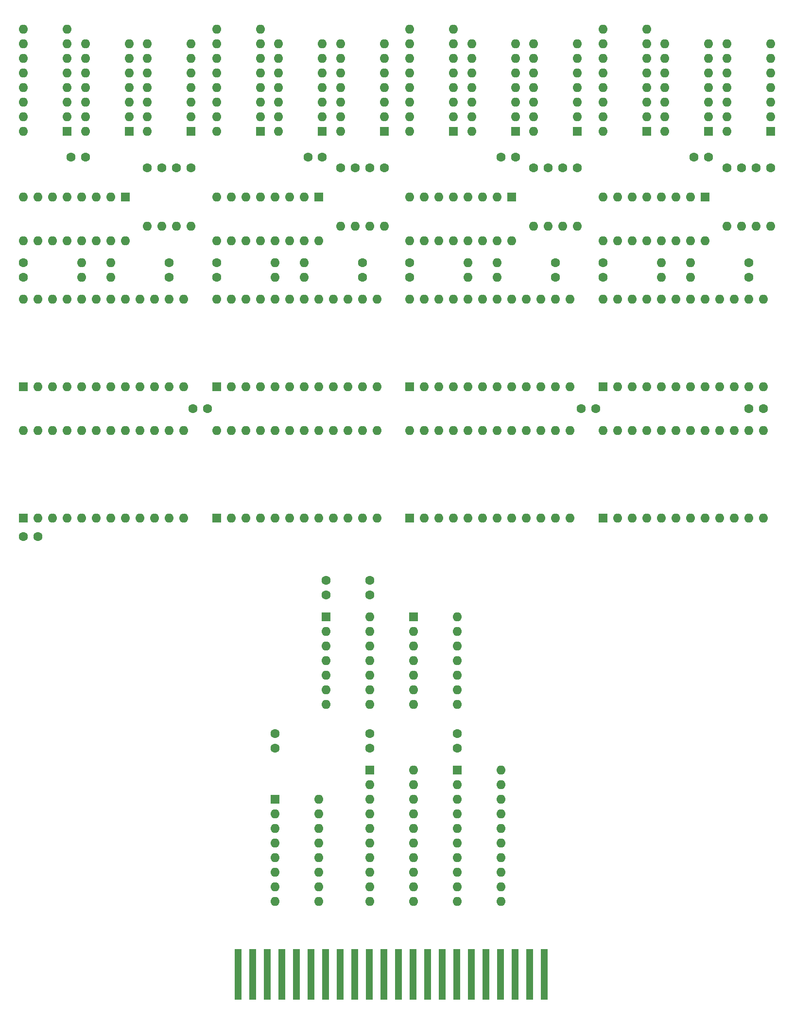
<source format=gbs>
G04 #@! TF.GenerationSoftware,KiCad,Pcbnew,(6.0.0)*
G04 #@! TF.CreationDate,2022-08-18T21:38:14-04:00*
G04 #@! TF.ProjectId,intellivision t-card replic,696e7465-6c6c-4697-9669-73696f6e2074,rev?*
G04 #@! TF.SameCoordinates,Original*
G04 #@! TF.FileFunction,Soldermask,Bot*
G04 #@! TF.FilePolarity,Negative*
%FSLAX46Y46*%
G04 Gerber Fmt 4.6, Leading zero omitted, Abs format (unit mm)*
G04 Created by KiCad (PCBNEW (6.0.0)) date 2022-08-18 21:38:14*
%MOMM*%
%LPD*%
G01*
G04 APERTURE LIST*
%ADD10C,1.600000*%
%ADD11O,1.600000X1.600000*%
%ADD12R,1.600000X1.600000*%
%ADD13R,1.270000X8.840000*%
G04 APERTURE END LIST*
D10*
X154940000Y-66675000D03*
D11*
X165100000Y-66675000D03*
D10*
X184150000Y-47625000D03*
D11*
X184150000Y-57785000D03*
D10*
X181610000Y-47625000D03*
D11*
X181610000Y-57785000D03*
D12*
X53975000Y-85725000D03*
D11*
X56515000Y-85725000D03*
X59055000Y-85725000D03*
X61595000Y-85725000D03*
X64135000Y-85725000D03*
X66675000Y-85725000D03*
X69215000Y-85725000D03*
X71755000Y-85725000D03*
X74295000Y-85725000D03*
X76835000Y-85725000D03*
X79375000Y-85725000D03*
X81915000Y-85725000D03*
X81915000Y-70485000D03*
X79375000Y-70485000D03*
X76835000Y-70485000D03*
X74295000Y-70485000D03*
X71755000Y-70485000D03*
X69215000Y-70485000D03*
X66675000Y-70485000D03*
X64135000Y-70485000D03*
X61595000Y-70485000D03*
X59055000Y-70485000D03*
X56515000Y-70485000D03*
X53975000Y-70485000D03*
D10*
X113030000Y-66675000D03*
D11*
X102870000Y-66675000D03*
D12*
X116840000Y-41275000D03*
D11*
X116840000Y-38735000D03*
X116840000Y-36195000D03*
X116840000Y-33655000D03*
X116840000Y-31115000D03*
X116840000Y-28575000D03*
X116840000Y-26035000D03*
X109220000Y-26035000D03*
X109220000Y-28575000D03*
X109220000Y-31115000D03*
X109220000Y-33655000D03*
X109220000Y-36195000D03*
X109220000Y-38735000D03*
X109220000Y-41275000D03*
D12*
X121920000Y-125730000D03*
D11*
X121920000Y-128270000D03*
X121920000Y-130810000D03*
X121920000Y-133350000D03*
X121920000Y-135890000D03*
X121920000Y-138430000D03*
X121920000Y-140970000D03*
X129540000Y-140970000D03*
X129540000Y-138430000D03*
X129540000Y-135890000D03*
X129540000Y-133350000D03*
X129540000Y-130810000D03*
X129540000Y-128270000D03*
X129540000Y-125730000D03*
D12*
X139700000Y-41275000D03*
D11*
X139700000Y-38735000D03*
X139700000Y-36195000D03*
X139700000Y-33655000D03*
X139700000Y-31115000D03*
X139700000Y-28575000D03*
X139700000Y-26035000D03*
X132080000Y-26035000D03*
X132080000Y-28575000D03*
X132080000Y-31115000D03*
X132080000Y-33655000D03*
X132080000Y-36195000D03*
X132080000Y-38735000D03*
X132080000Y-41275000D03*
D10*
X80645000Y-47625000D03*
D11*
X80645000Y-57785000D03*
D10*
X83185000Y-47625000D03*
D11*
X83185000Y-57785000D03*
D10*
X170815000Y-45720000D03*
X173315000Y-45720000D03*
X53975000Y-66675000D03*
D11*
X64135000Y-66675000D03*
D10*
X87630000Y-66675000D03*
D11*
X97790000Y-66675000D03*
D12*
X154940000Y-108585000D03*
D11*
X157480000Y-108585000D03*
X160020000Y-108585000D03*
X162560000Y-108585000D03*
X165100000Y-108585000D03*
X167640000Y-108585000D03*
X170180000Y-108585000D03*
X172720000Y-108585000D03*
X175260000Y-108585000D03*
X177800000Y-108585000D03*
X180340000Y-108585000D03*
X182880000Y-108585000D03*
X182880000Y-93345000D03*
X180340000Y-93345000D03*
X177800000Y-93345000D03*
X175260000Y-93345000D03*
X172720000Y-93345000D03*
X170180000Y-93345000D03*
X167640000Y-93345000D03*
X165100000Y-93345000D03*
X162560000Y-93345000D03*
X160020000Y-93345000D03*
X157480000Y-93345000D03*
X154940000Y-93345000D03*
D12*
X71755000Y-52705000D03*
D11*
X69215000Y-52705000D03*
X66675000Y-52705000D03*
X64135000Y-52705000D03*
X61595000Y-52705000D03*
X59055000Y-52705000D03*
X56515000Y-52705000D03*
X53975000Y-52705000D03*
X53975000Y-60325000D03*
X56515000Y-60325000D03*
X59055000Y-60325000D03*
X61595000Y-60325000D03*
X64135000Y-60325000D03*
X66675000Y-60325000D03*
X69215000Y-60325000D03*
X71755000Y-60325000D03*
D10*
X114300000Y-47625000D03*
D11*
X114300000Y-57785000D03*
D10*
X129540000Y-148590000D03*
X129540000Y-146090000D03*
D12*
X162550000Y-41232500D03*
D11*
X162550000Y-38692500D03*
X162550000Y-36152500D03*
X162550000Y-33612500D03*
X162550000Y-31072500D03*
X162550000Y-28532500D03*
X162550000Y-25992500D03*
X162550000Y-23452500D03*
X154930000Y-23452500D03*
X154930000Y-25992500D03*
X154930000Y-28532500D03*
X154930000Y-31072500D03*
X154930000Y-33612500D03*
X154930000Y-36152500D03*
X154930000Y-38692500D03*
X154930000Y-41232500D03*
D12*
X106045000Y-41275000D03*
D11*
X106045000Y-38735000D03*
X106045000Y-36195000D03*
X106045000Y-33655000D03*
X106045000Y-31115000D03*
X106045000Y-28575000D03*
X106045000Y-26035000D03*
X98425000Y-26035000D03*
X98425000Y-28575000D03*
X98425000Y-31115000D03*
X98425000Y-33655000D03*
X98425000Y-36195000D03*
X98425000Y-38735000D03*
X98425000Y-41275000D03*
D12*
X53975000Y-108585000D03*
D11*
X56515000Y-108585000D03*
X59055000Y-108585000D03*
X61595000Y-108585000D03*
X64135000Y-108585000D03*
X66675000Y-108585000D03*
X69215000Y-108585000D03*
X71755000Y-108585000D03*
X74295000Y-108585000D03*
X76835000Y-108585000D03*
X79375000Y-108585000D03*
X81915000Y-108585000D03*
X81915000Y-93345000D03*
X79375000Y-93345000D03*
X76835000Y-93345000D03*
X74295000Y-93345000D03*
X71755000Y-93345000D03*
X69215000Y-93345000D03*
X66675000Y-93345000D03*
X64135000Y-93345000D03*
X61595000Y-93345000D03*
X59055000Y-93345000D03*
X56515000Y-93345000D03*
X53975000Y-93345000D03*
D10*
X87630000Y-64135000D03*
D11*
X97790000Y-64135000D03*
D12*
X72390000Y-41275000D03*
D11*
X72390000Y-38735000D03*
X72390000Y-36195000D03*
X72390000Y-33655000D03*
X72390000Y-31115000D03*
X72390000Y-28575000D03*
X72390000Y-26035000D03*
X64770000Y-26035000D03*
X64770000Y-28575000D03*
X64770000Y-31115000D03*
X64770000Y-33655000D03*
X64770000Y-36195000D03*
X64770000Y-38735000D03*
X64770000Y-41275000D03*
D10*
X79375000Y-66675000D03*
D11*
X69215000Y-66675000D03*
D10*
X86000000Y-89535000D03*
X83500000Y-89535000D03*
X153670000Y-89535000D03*
X151170000Y-89535000D03*
X116840000Y-47625000D03*
D11*
X116840000Y-57785000D03*
D10*
X180340000Y-64135000D03*
D11*
X170180000Y-64135000D03*
D10*
X180340000Y-66675000D03*
D11*
X170180000Y-66675000D03*
D10*
X142875000Y-47625000D03*
D11*
X142875000Y-57785000D03*
D10*
X121285000Y-66675000D03*
D11*
X131445000Y-66675000D03*
D10*
X109220000Y-47625000D03*
D11*
X109220000Y-57785000D03*
D12*
X87630000Y-85725000D03*
D11*
X90170000Y-85725000D03*
X92710000Y-85725000D03*
X95250000Y-85725000D03*
X97790000Y-85725000D03*
X100330000Y-85725000D03*
X102870000Y-85725000D03*
X105410000Y-85725000D03*
X107950000Y-85725000D03*
X110490000Y-85725000D03*
X113030000Y-85725000D03*
X115570000Y-85725000D03*
X115570000Y-70485000D03*
X113030000Y-70485000D03*
X110490000Y-70485000D03*
X107950000Y-70485000D03*
X105410000Y-70485000D03*
X102870000Y-70485000D03*
X100330000Y-70485000D03*
X97790000Y-70485000D03*
X95250000Y-70485000D03*
X92710000Y-70485000D03*
X90170000Y-70485000D03*
X87630000Y-70485000D03*
D12*
X154945000Y-85725000D03*
D11*
X157485000Y-85725000D03*
X160025000Y-85725000D03*
X162565000Y-85725000D03*
X165105000Y-85725000D03*
X167645000Y-85725000D03*
X170185000Y-85725000D03*
X172725000Y-85725000D03*
X175265000Y-85725000D03*
X177805000Y-85725000D03*
X180345000Y-85725000D03*
X182885000Y-85725000D03*
X182885000Y-70485000D03*
X180345000Y-70485000D03*
X177805000Y-70485000D03*
X175265000Y-70485000D03*
X172725000Y-70485000D03*
X170185000Y-70485000D03*
X167645000Y-70485000D03*
X165105000Y-70485000D03*
X162565000Y-70485000D03*
X160025000Y-70485000D03*
X157485000Y-70485000D03*
X154945000Y-70485000D03*
D10*
X145415000Y-47625000D03*
D11*
X145415000Y-57785000D03*
D10*
X97790000Y-148590000D03*
X97790000Y-146090000D03*
D12*
X97790000Y-157480000D03*
D11*
X97790000Y-160020000D03*
X97790000Y-162560000D03*
X97790000Y-165100000D03*
X97790000Y-167640000D03*
X97790000Y-170180000D03*
X97790000Y-172720000D03*
X97790000Y-175260000D03*
X105410000Y-175260000D03*
X105410000Y-172720000D03*
X105410000Y-170180000D03*
X105410000Y-167640000D03*
X105410000Y-165100000D03*
X105410000Y-162560000D03*
X105410000Y-160020000D03*
X105410000Y-157480000D03*
D12*
X172720000Y-52705000D03*
D11*
X170180000Y-52705000D03*
X167640000Y-52705000D03*
X165100000Y-52705000D03*
X162560000Y-52705000D03*
X160020000Y-52705000D03*
X157480000Y-52705000D03*
X154940000Y-52705000D03*
X154940000Y-60325000D03*
X157480000Y-60325000D03*
X160020000Y-60325000D03*
X162560000Y-60325000D03*
X165100000Y-60325000D03*
X167640000Y-60325000D03*
X170180000Y-60325000D03*
X172720000Y-60325000D03*
D10*
X106680000Y-121920000D03*
X106680000Y-119420000D03*
X139700000Y-45720000D03*
X137200000Y-45720000D03*
D12*
X114300000Y-152400000D03*
D11*
X114300000Y-154940000D03*
X114300000Y-157480000D03*
X114300000Y-160020000D03*
X114300000Y-162560000D03*
X114300000Y-165100000D03*
X114300000Y-167640000D03*
X114300000Y-170180000D03*
X114300000Y-172720000D03*
X114300000Y-175260000D03*
X121920000Y-175260000D03*
X121920000Y-172720000D03*
X121920000Y-170180000D03*
X121920000Y-167640000D03*
X121920000Y-165100000D03*
X121920000Y-162560000D03*
X121920000Y-160020000D03*
X121920000Y-157480000D03*
X121920000Y-154940000D03*
X121920000Y-152400000D03*
D12*
X128905000Y-41275000D03*
D11*
X128905000Y-38735000D03*
X128905000Y-36195000D03*
X128905000Y-33655000D03*
X128905000Y-31115000D03*
X128905000Y-28575000D03*
X128905000Y-26035000D03*
X128905000Y-23495000D03*
X121285000Y-23495000D03*
X121285000Y-26035000D03*
X121285000Y-28575000D03*
X121285000Y-31115000D03*
X121285000Y-33655000D03*
X121285000Y-36195000D03*
X121285000Y-38735000D03*
X121285000Y-41275000D03*
D10*
X176530000Y-47582500D03*
D11*
X176530000Y-57742500D03*
D12*
X129540000Y-152400000D03*
D11*
X129540000Y-154940000D03*
X129540000Y-157480000D03*
X129540000Y-160020000D03*
X129540000Y-162560000D03*
X129540000Y-165100000D03*
X129540000Y-167640000D03*
X129540000Y-170180000D03*
X129540000Y-172720000D03*
X129540000Y-175260000D03*
X137160000Y-175260000D03*
X137160000Y-172720000D03*
X137160000Y-170180000D03*
X137160000Y-167640000D03*
X137160000Y-165100000D03*
X137160000Y-162560000D03*
X137160000Y-160020000D03*
X137160000Y-157480000D03*
X137160000Y-154940000D03*
X137160000Y-152400000D03*
D10*
X146685000Y-64135000D03*
D11*
X136525000Y-64135000D03*
D12*
X184140000Y-41237500D03*
D11*
X184140000Y-38697500D03*
X184140000Y-36157500D03*
X184140000Y-33617500D03*
X184140000Y-31077500D03*
X184140000Y-28537500D03*
X184140000Y-25997500D03*
X176520000Y-25997500D03*
X176520000Y-28537500D03*
X176520000Y-31077500D03*
X176520000Y-33617500D03*
X176520000Y-36157500D03*
X176520000Y-38697500D03*
X176520000Y-41237500D03*
D12*
X121285000Y-85725000D03*
D11*
X123825000Y-85725000D03*
X126365000Y-85725000D03*
X128905000Y-85725000D03*
X131445000Y-85725000D03*
X133985000Y-85725000D03*
X136525000Y-85725000D03*
X139065000Y-85725000D03*
X141605000Y-85725000D03*
X144145000Y-85725000D03*
X146685000Y-85725000D03*
X149225000Y-85725000D03*
X149225000Y-70485000D03*
X146685000Y-70485000D03*
X144145000Y-70485000D03*
X141605000Y-70485000D03*
X139065000Y-70485000D03*
X136525000Y-70485000D03*
X133985000Y-70485000D03*
X131445000Y-70485000D03*
X128905000Y-70485000D03*
X126365000Y-70485000D03*
X123825000Y-70485000D03*
X121285000Y-70485000D03*
D10*
X114300000Y-148590000D03*
X114300000Y-146090000D03*
D12*
X139065000Y-52705000D03*
D11*
X136525000Y-52705000D03*
X133985000Y-52705000D03*
X131445000Y-52705000D03*
X128905000Y-52705000D03*
X126365000Y-52705000D03*
X123825000Y-52705000D03*
X121285000Y-52705000D03*
X121285000Y-60325000D03*
X123825000Y-60325000D03*
X126365000Y-60325000D03*
X128905000Y-60325000D03*
X131445000Y-60325000D03*
X133985000Y-60325000D03*
X136525000Y-60325000D03*
X139065000Y-60325000D03*
D10*
X113030000Y-64135000D03*
D11*
X102870000Y-64135000D03*
D10*
X146685000Y-66675000D03*
D11*
X136525000Y-66675000D03*
D10*
X56475000Y-111760000D03*
X53975000Y-111760000D03*
D13*
X144665700Y-187960000D03*
X142125700Y-187960000D03*
X139585700Y-187960000D03*
X137045700Y-187960000D03*
X134505700Y-187960000D03*
X131965700Y-187960000D03*
X129425700Y-187960000D03*
X126885700Y-187960000D03*
X124345700Y-187960000D03*
X121805700Y-187960000D03*
X119265700Y-187960000D03*
X116725700Y-187960000D03*
X114185700Y-187960000D03*
X111645700Y-187960000D03*
X109105700Y-187960000D03*
X106565700Y-187960000D03*
X104025700Y-187960000D03*
X101485700Y-187960000D03*
X98945700Y-187960000D03*
X96405700Y-187960000D03*
X93865700Y-187960000D03*
X91325700Y-187960000D03*
D12*
X121285000Y-108585000D03*
D11*
X123825000Y-108585000D03*
X126365000Y-108585000D03*
X128905000Y-108585000D03*
X131445000Y-108585000D03*
X133985000Y-108585000D03*
X136525000Y-108585000D03*
X139065000Y-108585000D03*
X141605000Y-108585000D03*
X144145000Y-108585000D03*
X146685000Y-108585000D03*
X149225000Y-108585000D03*
X149225000Y-93345000D03*
X146685000Y-93345000D03*
X144145000Y-93345000D03*
X141605000Y-93345000D03*
X139065000Y-93345000D03*
X136525000Y-93345000D03*
X133985000Y-93345000D03*
X131445000Y-93345000D03*
X128905000Y-93345000D03*
X126365000Y-93345000D03*
X123825000Y-93345000D03*
X121285000Y-93345000D03*
D10*
X180360000Y-89535000D03*
X182860000Y-89535000D03*
D12*
X87630000Y-108585000D03*
D11*
X90170000Y-108585000D03*
X92710000Y-108585000D03*
X95250000Y-108585000D03*
X97790000Y-108585000D03*
X100330000Y-108585000D03*
X102870000Y-108585000D03*
X105410000Y-108585000D03*
X107950000Y-108585000D03*
X110490000Y-108585000D03*
X113030000Y-108585000D03*
X115570000Y-108585000D03*
X115570000Y-93345000D03*
X113030000Y-93345000D03*
X110490000Y-93345000D03*
X107950000Y-93345000D03*
X105410000Y-93345000D03*
X102870000Y-93345000D03*
X100330000Y-93345000D03*
X97790000Y-93345000D03*
X95250000Y-93345000D03*
X92710000Y-93345000D03*
X90170000Y-93345000D03*
X87630000Y-93345000D03*
D12*
X150495000Y-41275000D03*
D11*
X150495000Y-38735000D03*
X150495000Y-36195000D03*
X150495000Y-33655000D03*
X150495000Y-31115000D03*
X150495000Y-28575000D03*
X150495000Y-26035000D03*
X142875000Y-26035000D03*
X142875000Y-28575000D03*
X142875000Y-31115000D03*
X142875000Y-33655000D03*
X142875000Y-36195000D03*
X142875000Y-38735000D03*
X142875000Y-41275000D03*
D10*
X114300000Y-121920000D03*
X114300000Y-119420000D03*
X154940000Y-64135000D03*
D11*
X165100000Y-64135000D03*
D10*
X150495000Y-47625000D03*
D11*
X150495000Y-57785000D03*
D10*
X64750000Y-45720000D03*
X62250000Y-45720000D03*
X75565000Y-47625000D03*
D11*
X75565000Y-57785000D03*
D10*
X79375000Y-64135000D03*
D11*
X69215000Y-64135000D03*
D10*
X111760000Y-47625000D03*
D11*
X111760000Y-57785000D03*
D10*
X53975000Y-64135000D03*
D11*
X64135000Y-64135000D03*
D10*
X106025000Y-45720000D03*
X103525000Y-45720000D03*
D12*
X83185000Y-41275000D03*
D11*
X83185000Y-38735000D03*
X83185000Y-36195000D03*
X83185000Y-33655000D03*
X83185000Y-31115000D03*
X83185000Y-28575000D03*
X83185000Y-26035000D03*
X75565000Y-26035000D03*
X75565000Y-28575000D03*
X75565000Y-31115000D03*
X75565000Y-33655000D03*
X75565000Y-36195000D03*
X75565000Y-38735000D03*
X75565000Y-41275000D03*
D12*
X61595000Y-41275000D03*
D11*
X61595000Y-38735000D03*
X61595000Y-36195000D03*
X61595000Y-33655000D03*
X61595000Y-31115000D03*
X61595000Y-28575000D03*
X61595000Y-26035000D03*
X61595000Y-23495000D03*
X53975000Y-23495000D03*
X53975000Y-26035000D03*
X53975000Y-28575000D03*
X53975000Y-31115000D03*
X53975000Y-33655000D03*
X53975000Y-36195000D03*
X53975000Y-38735000D03*
X53975000Y-41275000D03*
D12*
X106680000Y-125730000D03*
D11*
X106680000Y-128270000D03*
X106680000Y-130810000D03*
X106680000Y-133350000D03*
X106680000Y-135890000D03*
X106680000Y-138430000D03*
X106680000Y-140970000D03*
X114300000Y-140970000D03*
X114300000Y-138430000D03*
X114300000Y-135890000D03*
X114300000Y-133350000D03*
X114300000Y-130810000D03*
X114300000Y-128270000D03*
X114300000Y-125730000D03*
D12*
X95250000Y-41275000D03*
D11*
X95250000Y-38735000D03*
X95250000Y-36195000D03*
X95250000Y-33655000D03*
X95250000Y-31115000D03*
X95250000Y-28575000D03*
X95250000Y-26035000D03*
X95250000Y-23495000D03*
X87630000Y-23495000D03*
X87630000Y-26035000D03*
X87630000Y-28575000D03*
X87630000Y-31115000D03*
X87630000Y-33655000D03*
X87630000Y-36195000D03*
X87630000Y-38735000D03*
X87630000Y-41275000D03*
D10*
X78105000Y-47625000D03*
D11*
X78105000Y-57785000D03*
D10*
X121285000Y-64135000D03*
D11*
X131445000Y-64135000D03*
D10*
X179070000Y-47625000D03*
D11*
X179070000Y-57785000D03*
D10*
X147955000Y-47625000D03*
D11*
X147955000Y-57785000D03*
D12*
X105410000Y-52705000D03*
D11*
X102870000Y-52705000D03*
X100330000Y-52705000D03*
X97790000Y-52705000D03*
X95250000Y-52705000D03*
X92710000Y-52705000D03*
X90170000Y-52705000D03*
X87630000Y-52705000D03*
X87630000Y-60325000D03*
X90170000Y-60325000D03*
X92710000Y-60325000D03*
X95250000Y-60325000D03*
X97790000Y-60325000D03*
X100330000Y-60325000D03*
X102870000Y-60325000D03*
X105410000Y-60325000D03*
D12*
X173335000Y-41237500D03*
D11*
X173335000Y-38697500D03*
X173335000Y-36157500D03*
X173335000Y-33617500D03*
X173335000Y-31077500D03*
X173335000Y-28537500D03*
X173335000Y-25997500D03*
X165715000Y-25997500D03*
X165715000Y-28537500D03*
X165715000Y-31077500D03*
X165715000Y-33617500D03*
X165715000Y-36157500D03*
X165715000Y-38697500D03*
X165715000Y-41237500D03*
M02*

</source>
